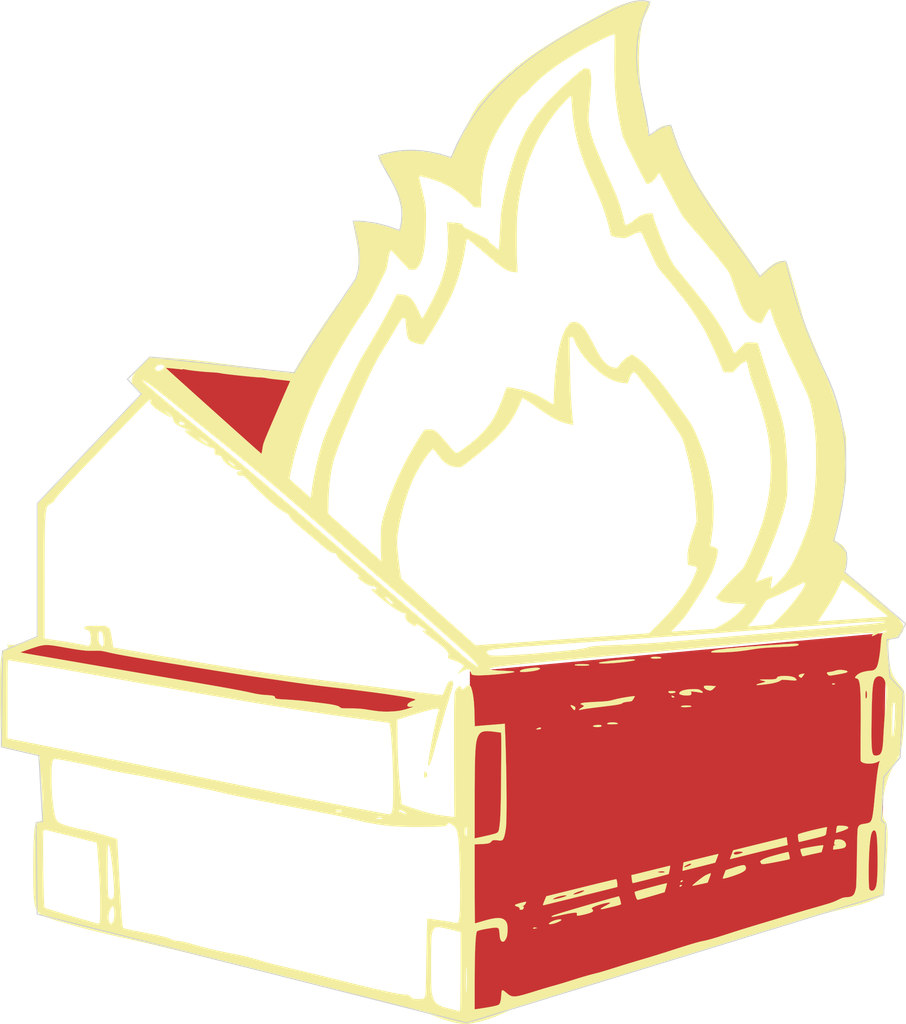
<source format=kicad_pcb>
(kicad_pcb (version 20200829) (generator pcbnew)
  (layers (0 "F.Cu" signal) (31 "B.Cu" signal) (34 "B.Paste" user) (35 "F.Paste" user) (36 "B.SilkS" user) (37 "F.SilkS" user) (38 "B.Mask" user) (39 "F.Mask" user) (44 "Edge.Cuts" user))
  (net 0 "")
  (module "LOGO" (layer "F.Cu") (at 0 0)
    (fp_text reference "G***" hide)
    (fp_text value "LOGO" hide)
    (fp_poly (pts (xy 37.796807 -17.970144) (xy 37.795498 -17.846748) (xy 37.792622 -17.646876) (xy 37.788259 -17.374613) (xy 37.782491 -17.034046) (xy 37.775398 -16.629261) (xy 37.76706 -16.164343) (xy 37.757559 -15.643379) (xy 37.746973 -15.070456) (xy 37.735386 -14.449659) (xy 37.722875 -13.785074) (xy 37.709524 -13.080788) (xy 37.695411 -12.340887) (xy 37.680618 -11.569457) (xy 37.665225 -10.770584) (xy 37.649313 -9.948354) (xy 37.632962 -9.106854) (xy 37.616254 -8.250169) (xy 37.599267 -7.382386) (xy 37.582084 -6.50759) (xy 37.564785 -5.629869) (xy 37.54745 -4.753308) (xy 37.53016 -3.881993) (xy 37.512996 -3.02001) (xy 37.496037 -2.171446) (xy 37.479366 -1.340387) (xy 37.463061 -0.530919) (xy 37.447205 0.252872) (xy 37.431877 1.0069) (xy 37.417158 1.727078) (xy 37.403129 2.409321) (xy 37.38987 3.049543) (xy 37.377462 3.643656) (xy 37.365985 4.187576) (xy 37.355521 4.677215) (xy 37.346149 5.108488) (xy 37.33795 5.477309) (xy 37.331005 5.779591) (xy 37.325395 6.011248) (xy 37.3212 6.168195) (xy 37.3185 6.246344) (xy 37.317823 6.2547) (xy 37.277266 6.267505) (xy 37.158702 6.303877) (xy 36.965173 6.362897) (xy 36.699719 6.443643) (xy 36.365384 6.545197) (xy 35.965207 6.666639) (xy 35.502231 6.80705) (xy 34.979498 6.965509) (xy 34.400048 7.141096) (xy 33.766923 7.332894) (xy 33.083166 7.53998) (xy 32.351816 7.761437) (xy 31.575917 7.996343) (xy 30.758509 8.24378) (xy 29.902634 8.502828) (xy 29.011334 8.772567) (xy 28.087649 9.052077) (xy 27.134623 9.340439) (xy 26.155295 9.636733) (xy 25.152708 9.94004) (xy 24.129903 10.249439) (xy 23.089922 10.564011) (xy 22.035806 10.882836) (xy 20.970597 11.204995) (xy 19.897337 11.529568) (xy 18.819066 11.855635) (xy 17.738826 12.182277) (xy 16.65966 12.508573) (xy 15.584608 12.833605) (xy 14.516712 13.156452) (xy 13.459013 13.476194) (xy 12.414554 13.791913) (xy 11.386375 14.102688) (xy 10.377519 14.4076) (xy 9.391026 14.705729) (xy 8.429938 14.996156) (xy 7.497297 15.27796) (xy 6.596144 15.550222) (xy 5.729522 15.812022) (xy 4.90047 16.062441) (xy 4.112031 16.300558) (xy 3.367247 16.525455) (xy 2.669159 16.736212) (xy 2.020808 16.931908) (xy 1.425237 17.111624) (xy 0.885486 17.274441) (xy 0.404597 17.419439) (xy -0.014389 17.545698) (xy -0.368429 17.652298) (xy -0.654482 17.73832) (xy -0.869508 17.802843) (xy -1.010463 17.84495) (xy -1.074307 17.863719) (xy -1.077949 17.864667) (xy -1.087206 17.825216) (xy -1.094714 17.718388) (xy -1.099596 17.561468) (xy -1.101025 17.409583) (xy -1.101222 17.33405) (xy -1.101753 17.176913) (xy -1.102605 16.941234) (xy -1.103766 16.630075) (xy -1.105224 16.246498) (xy -1.106967 15.793566) (xy -1.108982 15.27434) (xy -1.111258 14.691882) (xy -1.113783 14.049255) (xy -1.116544 13.34952) (xy -1.119529 12.595739) (xy -1.122725 11.790976) (xy -1.126122 10.93829) (xy -1.129706 10.040746) (xy -1.133466 9.101404) (xy -1.137389 8.123327) (xy -1.141463 7.109577) (xy -1.145676 6.063215) (xy -1.150016 4.987305) (xy -1.154471 3.884907) (xy -1.159028 2.759084) (xy -1.163676 1.612899) (xy -1.164966 1.295135) (xy -1.169558 0.148555) (xy -1.17394 -0.976379) (xy -1.178104 -2.076714) (xy -1.182041 -3.149496) (xy -1.185745 -4.191774) (xy -1.189209 -5.200594) (xy -1.192423 -6.173004) (xy -1.195381 -7.106051) (xy -1.198076 -7.996783) (xy -1.2005 -8.842247) (xy -1.202644 -9.639489) (xy -1.204503 -10.385559) (xy -1.206067 -11.077502) (xy -1.20733 -11.712366) (xy -1.208284 -12.287199) (xy -1.208921 -12.799047) (xy -1.209234 -13.244959) (xy -1.209216 -13.621981) (xy -1.208858 -13.927161) (xy -1.208153 -14.157546) (xy -1.207095 -14.310183) (xy -1.205674 -14.38212) (xy -1.205101 -14.387677) (xy -1.161831 -14.393176) (xy -1.037476 -14.406156) (xy -0.83524 -14.426318) (xy -0.558325 -14.453364) (xy -0.209935 -14.486996) (xy 0.206728 -14.526918) (xy 0.688461 -14.57283) (xy 1.232061 -14.624436) (xy 1.834325 -14.681438) (xy 2.49205 -14.743538) (xy 3.202033 -14.810438) (xy 3.961072 -14.881841) (xy 4.765963 -14.957449) (xy 5.613504 -15.036963) (xy 6.500491 -15.120088) (xy 7.423722 -15.206524) (xy 8.379994 -15.295974) (xy 9.366104 -15.38814) (xy 10.378849 -15.482725) (xy 11.415026 -15.57943) (xy 12.471432 -15.677959) (xy 13.544865 -15.778013) (xy 14.632121 -15.879295) (xy 15.729998 -15.981507) (xy 16.835292 -16.084351) (xy 17.944801 -16.18753) (xy 19.055322 -16.290745) (xy 20.163652 -16.3937) (xy 21.266588 -16.496095) (xy 22.360927 -16.597635) (xy 23.443466 -16.698021) (xy 24.511003 -16.796954) (xy 25.560334 -16.894139) (xy 26.588257 -16.989276) (xy 27.591569 -17.082068) (xy 28.567066 -17.172217) (xy 29.511546 -17.259426) (xy 30.421806 -17.343398) (xy 31.294644 -17.423833) (xy 32.126855 -17.500435) (xy 32.915238 -17.572905) (xy 33.656589 -17.640947) (xy 34.347706 -17.704262) (xy 34.985385 -17.762552) (xy 35.566424 -17.815521) (xy 36.087619 -17.862869) (xy 36.545769 -17.9043) (xy 36.937669 -17.939516) (xy 37.260118 -17.968219) (xy 37.509912 -17.990111) (xy 37.683848 -18.004895) (xy 37.778724 -18.012272) (xy 37.796468 -18.012976) (xy 37.796807 -17.970144)) (layer "F.Cu") (width 0.01))
    (fp_poly (pts (xy -22.957127 -14.584478) (xy -21.710406 -14.398962) (xy -20.484446 -14.216507) (xy -19.281926 -14.037514) (xy -18.105526 -13.862383) (xy -16.957924 -13.691512) (xy -15.8418 -13.525301) (xy -14.759833 -13.36415) (xy -13.714702 -13.208458) (xy -12.709085 -13.058625) (xy -11.745663 -12.91505) (xy -10.827113 -12.778133) (xy -9.956115 -12.648274) (xy -9.135349 -12.525871) (xy -8.367492 -12.411324) (xy -7.655225 -12.305033) (xy -7.001226 -12.207397) (xy -6.408174 -12.118817) (xy -5.878749 -12.03969) (xy -5.415628 -11.970418) (xy -5.021493 -11.911398) (xy -4.699021 -11.863032) (xy -4.450891 -11.825718) (xy -4.279783 -11.799855) (xy -4.188376 -11.785844) (xy -4.173312 -11.783391) (xy -4.095873 -11.759882) (xy -4.097435 -11.73318) (xy -4.10986 -11.725202) (xy -4.174413 -11.696903) (xy -4.308148 -11.644368) (xy -4.502285 -11.570749) (xy -4.748046 -11.479199) (xy -5.036652 -11.37287) (xy -5.359324 -11.254914) (xy -5.707284 -11.128482) (xy -6.071752 -10.996727) (xy -6.44395 -10.862802) (xy -6.815099 -10.729858) (xy -7.17642 -10.601047) (xy -7.519135 -10.479522) (xy -7.834464 -10.368435) (xy -8.113629 -10.270938) (xy -8.347851 -10.190182) (xy -8.528351 -10.129321) (xy -8.646351 -10.091506) (xy -8.692379 -10.079787) (xy -8.740267 -10.086783) (xy -8.868899 -10.106829) (xy -9.075433 -10.139468) (xy -9.357031 -10.184244) (xy -9.710854 -10.240699) (xy -10.134061 -10.308377) (xy -10.623813 -10.386822) (xy -11.17727 -10.475577) (xy -11.791594 -10.574185) (xy -12.463944 -10.682189) (xy -13.19148 -10.799132) (xy -13.971364 -10.924559) (xy -14.800756 -11.058012) (xy -15.676815 -11.199035) (xy -16.596703 -11.347171) (xy -17.55758 -11.501963) (xy -18.556607 -11.662954) (xy -19.590943 -11.829689) (xy -20.65775 -12.001709) (xy -21.754187 -12.178559) (xy -22.877416 -12.359782) (xy -24.024596 -12.544922) (xy -25.192888 -12.73352) (xy -25.251833 -12.743037) (xy -26.434479 -12.933984) (xy -27.602123 -13.122512) (xy -28.751626 -13.308114) (xy -29.879849 -13.490285) (xy -30.983655 -13.668516) (xy -32.059903 -13.842301) (xy -33.105456 -14.011133) (xy -34.117175 -14.174506) (xy -35.091921 -14.331911) (xy -36.026556 -14.482843) (xy -36.91794 -14.626795) (xy -37.762935 -14.763259) (xy -38.558403 -14.891728) (xy -39.301204 -15.011697) (xy -39.9882 -15.122657) (xy -40.616253 -15.224103) (xy -41.182223 -15.315527) (xy -41.682972 -15.396422) (xy -42.115361 -15.466281) (xy -42.476251 -15.524598) (xy -42.762504 -15.570866) (xy -42.970982 -15.604577) (xy -43.08475 -15.62299) (xy -43.413073 -15.676946) (xy -43.71296 -15.727711) (xy -43.974623 -15.773513) (xy -44.188274 -15.812577) (xy -44.344127 -15.843132) (xy -44.432393 -15.863402) (xy -44.448895 -15.870157) (xy -44.412353 -15.894787) (xy -44.308729 -15.953686) (xy -44.146254 -16.042446) (xy -43.933162 -16.156658) (xy -43.677685 -16.291913) (xy -43.388057 -16.443803) (xy -43.072509 -16.607918) (xy -43.032606 -16.62858) (xy -41.617421 -17.360993) (xy -22.957127 -14.584478)) (layer "F.Cu") (width 0.01))
    (fp_poly (pts (xy -29.726963 -42.903405) (xy -29.710208 -42.90124) (xy -29.651899 -42.894423) (xy -29.514349 -42.879263) (xy -29.302518 -42.856288) (xy -29.021369 -42.826027) (xy -28.67586 -42.789007) (xy -28.270951 -42.745757) (xy -27.811604 -42.696805) (xy -27.302779 -42.642679) (xy -26.749435 -42.583909) (xy -26.156534 -42.521021) (xy -25.529035 -42.454545) (xy -24.871899 -42.385009) (xy -24.190085 -42.312941) (xy -23.774273 -42.269027) (xy -23.082732 -42.195946) (xy -22.414564 -42.125196) (xy -21.774587 -42.057293) (xy -21.167617 -41.992755) (xy -20.598471 -41.932098) (xy -20.071964 -41.875839) (xy -19.592913 -41.824495) (xy -19.166135 -41.778582) (xy -18.796445 -41.738618) (xy -18.488661 -41.705118) (xy -18.247598 -41.678601) (xy -18.078074 -41.659582) (xy -17.984904 -41.648579) (xy -17.967579 -41.645996) (xy -17.982345 -41.60641) (xy -18.028562 -41.49534) (xy -18.103619 -41.318815) (xy -18.20491 -41.082864) (xy -18.329824 -40.793518) (xy -18.475754 -40.456805) (xy -18.64009 -40.078755) (xy -18.820224 -39.665398) (xy -19.013547 -39.222763) (xy -19.217451 -38.75688) (xy -19.227037 -38.735) (xy -20.497629 -35.835167) (xy -20.590647 -35.297028) (xy -20.627309 -35.093318) (xy -20.661033 -34.921132) (xy -20.688387 -34.796987) (xy -20.705936 -34.737395) (xy -20.707509 -34.735047) (xy -20.741257 -34.759967) (xy -20.834502 -34.838283) (xy -20.983705 -34.966866) (xy -21.185328 -35.142584) (xy -21.435834 -35.362309) (xy -21.731684 -35.622911) (xy -22.069342 -35.921259) (xy -22.445268 -36.254225) (xy -22.855926 -36.618678) (xy -23.297777 -37.011489) (xy -23.767283 -37.429527) (xy -24.260907 -37.869664) (xy -24.77511 -38.328768) (xy -25.277593 -38.777981) (xy -25.808266 -39.252868) (xy -26.321549 -39.712545) (xy -26.813903 -40.153828) (xy -27.281793 -40.573532) (xy -27.721683 -40.968475) (xy -28.130036 -41.335473) (xy -28.503316 -41.67134) (xy -28.837987 -41.972895) (xy -29.130512 -42.236952) (xy -29.377355 -42.460328) (xy -29.574981 -42.639839) (xy -29.719852 -42.772301) (xy -29.808432 -42.854531) (xy -29.837208 -42.88317) (xy -29.810343 -42.903532) (xy -29.726963 -42.903405)) (layer "F.Cu") (width 0.01))
  )
  (module "LOGO" (layer "F.Cu") (at 0 0)
    (fp_text reference "G***" hide)
    (fp_text value "LOGO" hide)
  )
  (module "LOGO" (layer "F.Cu") (at 0 0)
    (fp_text reference "G***" hide)
    (fp_text value "LOGO" hide)
  )
  (module "LOGO" (layer "F.Cu") (at 0 0)
    (fp_text reference "G***" hide)
    (fp_text value "LOGO" hide)
  )
  (gr_line (start -41.2344 -0.3558) (end -41.5926 -6.5215) (layer "Edge.Cuts") (width 0.1))
  (gr_line (start 33.2446 -26.4319) (end 33.5611 -26.1662) (layer "Edge.Cuts") (width 0.1))
  (gr_line (start -7.6982 -58.3685) (end -7.8234 -58.8154) (layer "Edge.Cuts") (width 0.1))
  (gr_line (start 27.1894 -52.4365) (end 27.509 -52.6099) (layer "Edge.Cuts") (width 0.1))
  (gr_line (start 26.9205 -52.2397) (end 27.1894 -52.4365) (layer "Edge.Cuts") (width 0.1))
  (gr_line (start -7.6116 -57.8976) (end -7.6982 -58.3685) (layer "Edge.Cuts") (width 0.1))
  (gr_line (start 34.0122 -24.101) (end 33.8926 -23.7158) (layer "Edge.Cuts") (width 0.1))
  (gr_line (start -41.5926 -6.5215) (end -45.1096 -7.3464) (layer "Edge.Cuts") (width 0.1))
  (gr_line (start -9.0488 -62.9358) (end -8.309 -63.0925) (layer "Edge.Cuts") (width 0.1))
  (gr_line (start -11.8272 -55.2191) (end -12.1387 -56.5836) (layer "Edge.Cuts") (width 0.1))
  (gr_line (start 26.2242 -51.5983) (end 26.4574 -51.8116) (layer "Edge.Cuts") (width 0.1))
  (gr_line (start 33.5611 -26.1662) (end 33.8318 -25.8585) (layer "Edge.Cuts") (width 0.1))
  (gr_line (start 33.8318 -25.8585) (end 34.0664 -25.5177) (layer "Edge.Cuts") (width 0.1))
  (gr_line (start 33.9148 -35.8846) (end 33.9846 -34.8948) (layer "Edge.Cuts") (width 0.1))
  (gr_line (start -8.309 -63.0925) (end -7.535 -63.192) (layer "Edge.Cuts") (width 0.1))
  (gr_line (start 37.757 -0.1171) (end 37.555 6.52) (layer "Edge.Cuts") (width 0.1))
  (gr_line (start 29.0394 -50.2991) (end 29.4223 -49.0198) (layer "Edge.Cuts") (width 0.1))
  (gr_line (start 33.154 -39.7192) (end 33.4173 -38.7808) (layer "Edge.Cuts") (width 0.1))
  (gr_line (start 14.7535 -69.0051) (end 15.0592 -67.5467) (layer "Edge.Cuts") (width 0.1))
  (gr_line (start 14.6709 -74.4446) (end 14.5152 -73.6107) (layer "Edge.Cuts") (width 0.1))
  (gr_line (start -11.5529 -53.1867) (end -11.5973 -53.8606) (layer "Edge.Cuts") (width 0.1))
  (gr_line (start 34.007 -33.894) (end 33.9825 -32.883) (layer "Edge.Cuts") (width 0.1))
  (gr_line (start -4.9557 -63.0621) (end -3.9932 -62.8476) (layer "Edge.Cuts") (width 0.1))
  (gr_line (start 34.0664 -25.5177) (end 34.1077 -24.9946) (layer "Edge.Cuts") (width 0.1))
  (gr_line (start 37.8655 -17.3765) (end 38.1478 -13.8812) (layer "Edge.Cuts") (width 0.1))
  (gr_line (start -6.7215 -63.2258) (end -5.8634 -63.1854) (layer "Edge.Cuts") (width 0.1))
  (gr_line (start 33.9846 -34.8948) (end 34.007 -33.894) (layer "Edge.Cuts") (width 0.1))
  (gr_line (start -45.0011 -16.3126) (end -41.7462 -17.6795) (layer "Edge.Cuts") (width 0.1))
  (gr_line (start 15.4775 -65.3454) (end 15.5696 -64.5955) (layer "Edge.Cuts") (width 0.1))
  (gr_line (start 2.4244 -70.1815) (end 3.3578 -70.9905) (layer "Edge.Cuts") (width 0.1))
  (gr_line (start 25.9642 -51.3974) (end 26.2242 -51.5983) (layer "Edge.Cuts") (width 0.1))
  (gr_line (start 18.294 -63.5431) (end 18.7013 -62.5751) (layer "Edge.Cuts") (width 0.1))
  (gr_line (start -7.5805 -56.8704) (end -7.5702 -57.3994) (layer "Edge.Cuts") (width 0.1))
  (gr_line (start 15.1548 -77.2154) (end 15.6564 -77.1222) (layer "Edge.Cuts") (width 0.1))
  (gr_line (start 15.9713 -64.8564) (end 16.3395 -65.1225) (layer "Edge.Cuts") (width 0.1))
  (gr_line (start 15.2323 -76.1972) (end 14.9069 -75.3057) (layer "Edge.Cuts") (width 0.1))
  (gr_line (start -33.2994 -41.7783) (end -31.1955 -43.8571) (layer "Edge.Cuts") (width 0.1))
  (gr_line (start 39.624 -18.8744) (end 38.9293 -17.5936) (layer "Edge.Cuts") (width 0.1))
  (gr_line (start -11.5973 -53.8606) (end -11.694 -54.5385) (layer "Edge.Cuts") (width 0.1))
  (gr_line (start 16.3395 -65.1225) (end 16.5607 -65.2499) (layer "Edge.Cuts") (width 0.1))
  (gr_line (start 29.8469 -47.7331) (end 30.3185 -46.4357) (layer "Edge.Cuts") (width 0.1))
  (gr_line (start -7.5702 -57.3994) (end -7.6116 -57.8976) (layer "Edge.Cuts") (width 0.1))
  (gr_line (start -31.1955 -43.8571) (end -17.6791 -42.3754) (layer "Edge.Cuts") (width 0.1))
  (gr_line (start 32.8723 -26.6466) (end 33.2446 -26.4319) (layer "Edge.Cuts") (width 0.1))
  (gr_line (start -0.1961 -67.3602) (end 0.6394 -68.3703) (layer "Edge.Cuts") (width 0.1))
  (gr_line (start 30.8421 -45.1238) (end 31.4229 -43.794) (layer "Edge.Cuts") (width 0.1))
  (gr_line (start 1.5156 -69.3094) (end 2.4244 -70.1815) (layer "Edge.Cuts") (width 0.1))
  (gr_line (start 4.3078 -71.7401) (end 5.2664 -72.4344) (layer "Edge.Cuts") (width 0.1))
  (gr_line (start -3.9932 -62.8476) (end -2.9707 -62.5331) (layer "Edge.Cuts") (width 0.1))
  (gr_line (start -1.5 18.507) (end -41.7522 8.33) (layer "Edge.Cuts") (width 0.1))
  (gr_line (start 34.0867 -24.5248) (end 34.0122 -24.101) (layer "Edge.Cuts") (width 0.1))
  (gr_line (start -8.1637 -59.6514) (end -8.58 -60.4333) (layer "Edge.Cuts") (width 0.1))
  (gr_line (start 15.3557 -66.0851) (end 15.4775 -65.3454) (layer "Edge.Cuts") (width 0.1))
  (gr_line (start -2.3782 -63.8656) (end -1.7129 -65.1118) (layer "Edge.Cuts") (width 0.1))
  (gr_line (start 20.1351 -59.8226) (end 21.2266 -58.0845) (layer "Edge.Cuts") (width 0.1))
  (gr_line (start -11.0413 -56.5418) (end -9.95 -56.3726) (layer "Edge.Cuts") (width 0.1))
  (gr_line (start 33.7973 -36.8627) (end 33.9148 -35.8846) (layer "Edge.Cuts") (width 0.1))
  (gr_line (start 33.4173 -38.7808) (end 33.6316 -37.8284) (layer "Edge.Cuts") (width 0.1))
  (gr_line (start 15.6564 -77.1222) (end 15.2323 -76.1972) (layer "Edge.Cuts") (width 0.1))
  (gr_line (start 14.5152 -73.6107) (end 14.4307 -72.8009) (layer "Edge.Cuts") (width 0.1))
  (gr_line (start 27.509 -52.6099) (end 27.8989 -52.7509) (layer "Edge.Cuts") (width 0.1))
  (gr_line (start -41.8531 -0.2364) (end -41.2344 -0.3558) (layer "Edge.Cuts") (width 0.1))
  (gr_line (start 33.7942 -30.8337) (end 33.6313 -29.7968) (layer "Edge.Cuts") (width 0.1))
  (gr_line (start 10.7487 -75.654) (end 12.2571 -76.4225) (layer "Edge.Cuts") (width 0.1))
  (gr_line (start 31.4229 -43.794) (end 32.066 -42.4426) (layer "Edge.Cuts") (width 0.1))
  (gr_line (start 17.929 -64.5413) (end 18.294 -63.5431) (layer "Edge.Cuts") (width 0.1))
  (gr_line (start -9.7594 -62.7305) (end -9.0488 -62.9358) (layer "Edge.Cuts") (width 0.1))
  (gr_line (start 9.0261 -74.7351) (end 10.7487 -75.654) (layer "Edge.Cuts") (width 0.1))
  (gr_line (start 14.4081 -72.0122) (end 14.4382 -71.2413) (layer "Edge.Cuts") (width 0.1))
  (gr_line (start 33.9825 -32.883) (end 33.9114 -31.8627) (layer "Edge.Cuts") (width 0.1))
  (gr_line (start -11.5768 -52.5179) (end -11.5529 -53.1867) (layer "Edge.Cuts") (width 0.1))
  (gr_line (start -41.7462 -17.6795) (end -41.7462 -30.1361) (layer "Edge.Cuts") (width 0.1))
  (gr_line (start -41.7522 8.33) (end -41.8531 -0.2364) (layer "Edge.Cuts") (width 0.1))
  (gr_line (start 33.1699 -27.7025) (end 32.8723 -26.6466) (layer "Edge.Cuts") (width 0.1))
  (gr_line (start 32.4788 -41.5508) (end 32.8413 -40.6428) (layer "Edge.Cuts") (width 0.1))
  (gr_line (start -12.1387 -56.5836) (end -11.5892 -56.5795) (layer "Edge.Cuts") (width 0.1))
  (gr_line (start -2.9707 -62.5331) (end -2.3782 -63.8656) (layer "Edge.Cuts") (width 0.1))
  (gr_line (start -11.685 -51.8554) (end -11.5768 -52.5179) (layer "Edge.Cuts") (width 0.1))
  (gr_line (start -7.9808 -59.2419) (end -8.1637 -59.6514) (layer "Edge.Cuts") (width 0.1))
  (gr_line (start -5.8634 -63.1854) (end -4.9557 -63.0621) (layer "Edge.Cuts") (width 0.1))
  (gr_line (start 14.4307 -72.8009) (end 14.4081 -72.0122) (layer "Edge.Cuts") (width 0.1))
  (gr_line (start 39.407 -12.5352) (end 39.103 -6.3478) (layer "Edge.Cuts") (width 0.1))
  (gr_line (start 17.1762 -65.4779) (end 17.6103 -65.5725) (layer "Edge.Cuts") (width 0.1))
  (gr_line (start -7.535 -63.192) (end -6.7215 -63.2258) (layer "Edge.Cuts") (width 0.1))
  (gr_line (start 37.555 6.52) (end -1.5 18.507) (layer "Edge.Cuts") (width 0.1))
  (gr_line (start 23.5869 -54.7349) (end 24.7899 -53.0764) (layer "Edge.Cuts") (width 0.1))
  (gr_line (start 19.1466 -61.6343) (end 19.6259 -60.7178) (layer "Edge.Cuts") (width 0.1))
  (gr_line (start 38.9293 -17.5936) (end 37.8655 -17.3765) (layer "Edge.Cuts") (width 0.1))
  (gr_line (start -7.6493 -56.3072) (end -7.5805 -56.8704) (layer "Edge.Cuts") (width 0.1))
  (gr_line (start -7.7829 -55.7062) (end -7.6493 -56.3072) (layer "Edge.Cuts") (width 0.1))
  (gr_line (start 14.9069 -75.3057) (end 14.6709 -74.4446) (layer "Edge.Cuts") (width 0.1))
  (gr_line (start 30.3185 -46.4357) (end 30.8421 -45.1238) (layer "Edge.Cuts") (width 0.1))
  (gr_line (start 16.5607 -65.2499) (end 16.8329 -65.3693) (layer "Edge.Cuts") (width 0.1))
  (gr_line (start 33.9114 -31.8627) (end 33.7942 -30.8337) (layer "Edge.Cuts") (width 0.1))
  (gr_line (start -41.7462 -30.1361) (end -31.9968 -40.3889) (layer "Edge.Cuts") (width 0.1))
  (gr_line (start 24.7899 -53.0764) (end 25.9642 -51.3974) (layer "Edge.Cuts") (width 0.1))
  (gr_line (start 3.3578 -70.9905) (end 4.3078 -71.7401) (layer "Edge.Cuts") (width 0.1))
  (gr_line (start -0.9828 -66.2753) (end -0.1961 -67.3602) (layer "Edge.Cuts") (width 0.1))
  (gr_line (start -45.1096 -7.3464) (end -45.0011 -16.3126) (layer "Edge.Cuts") (width 0.1))
  (gr_line (start 14.4382 -71.2413) (end 14.5119 -70.4853) (layer "Edge.Cuts") (width 0.1))
  (gr_line (start 14.6391 -77.215) (end 15.1548 -77.2154) (layer "Edge.Cuts") (width 0.1))
  (gr_line (start 12.2571 -76.4225) (end 12.9184 -76.7247) (layer "Edge.Cuts") (width 0.1))
  (gr_line (start 0.6394 -68.3703) (end 1.5156 -69.3094) (layer "Edge.Cuts") (width 0.1))
  (gr_line (start 14.1005 -77.1282) (end 14.6391 -77.215) (layer "Edge.Cuts") (width 0.1))
  (gr_line (start 26.4574 -51.8116) (end 26.9205 -52.2397) (layer "Edge.Cuts") (width 0.1))
  (gr_line (start 28.3784 -52.8505) (end 29.0394 -50.2991) (layer "Edge.Cuts") (width 0.1))
  (gr_line (start 16.8329 -65.3693) (end 17.1762 -65.4779) (layer "Edge.Cuts") (width 0.1))
  (gr_line (start -11.694 -54.5385) (end -11.8272 -55.2191) (layer "Edge.Cuts") (width 0.1))
  (gr_line (start -11.5892 -56.5795) (end -11.0413 -56.5418) (layer "Edge.Cuts") (width 0.1))
  (gr_line (start 38.1478 -13.8812) (end 39.407 -12.5352) (layer "Edge.Cuts") (width 0.1))
  (gr_line (start -8.8641 -56.0896) (end -7.7829 -55.7062) (layer "Edge.Cuts") (width 0.1))
  (gr_line (start 33.4231 -28.7528) (end 33.1699 -27.7025) (layer "Edge.Cuts") (width 0.1))
  (gr_line (start -14.8248 -46.8649) (end -11.8935 -51.2004) (layer "Edge.Cuts") (width 0.1))
  (gr_line (start 15.5696 -64.5955) (end 15.9713 -64.8564) (layer "Edge.Cuts") (width 0.1))
  (gr_line (start 17.6103 -65.5725) (end 17.929 -64.5413) (layer "Edge.Cuts") (width 0.1))
  (gr_line (start 13.5299 -76.9623) (end 14.1005 -77.1282) (layer "Edge.Cuts") (width 0.1))
  (gr_line (start 22.3882 -56.3964) (end 23.5869 -54.7349) (layer "Edge.Cuts") (width 0.1))
  (gr_line (start -1.7129 -65.1118) (end -0.9828 -66.2753) (layer "Edge.Cuts") (width 0.1))
  (gr_line (start 32.8413 -40.6428) (end 33.154 -39.7192) (layer "Edge.Cuts") (width 0.1))
  (gr_line (start 39.103 -6.3478) (end 37.5616 -4.5242) (layer "Edge.Cuts") (width 0.1))
  (gr_line (start -9.0197 -61.1887) (end -9.4303 -61.9452) (layer "Edge.Cuts") (width 0.1))
  (gr_line (start -8.58 -60.4333) (end -9.0197 -61.1887) (layer "Edge.Cuts") (width 0.1))
  (gr_line (start 27.8989 -52.7509) (end 28.3784 -52.8505) (layer "Edge.Cuts") (width 0.1))
  (gr_line (start 33.8926 -23.7158) (end 39.624 -18.8744) (layer "Edge.Cuts") (width 0.1))
  (gr_line (start -17.6791 -42.3754) (end -16.2742 -44.6646) (layer "Edge.Cuts") (width 0.1))
  (gr_line (start 33.6316 -37.8284) (end 33.7973 -36.8627) (layer "Edge.Cuts") (width 0.1))
  (gr_line (start 37.5616 -4.5242) (end 37.3445 -0.4427) (layer "Edge.Cuts") (width 0.1))
  (gr_line (start 15.0592 -67.5467) (end 15.3557 -66.0851) (layer "Edge.Cuts") (width 0.1))
  (gr_line (start 14.5119 -70.4853) (end 14.7535 -69.0051) (layer "Edge.Cuts") (width 0.1))
  (gr_line (start -9.4303 -61.9452) (end -9.7594 -62.7305) (layer "Edge.Cuts") (width 0.1))
  (gr_line (start 37.3445 -0.4427) (end 37.757 -0.1171) (layer "Edge.Cuts") (width 0.1))
  (gr_line (start -7.8234 -58.8154) (end -7.9808 -59.2419) (layer "Edge.Cuts") (width 0.1))
  (gr_line (start 5.2664 -72.4344) (end 6.2256 -73.0771) (layer "Edge.Cuts") (width 0.1))
  (gr_line (start 34.1077 -24.9946) (end 34.0867 -24.5248) (layer "Edge.Cuts") (width 0.1))
  (gr_line (start 12.9184 -76.7247) (end 13.5299 -76.9623) (layer "Edge.Cuts") (width 0.1))
  (gr_line (start 33.6313 -29.7968) (end 33.4231 -28.7528) (layer "Edge.Cuts") (width 0.1))
  (gr_line (start 7.1772 -73.6723) (end 9.0261 -74.7351) (layer "Edge.Cuts") (width 0.1))
  (gr_line (start -11.8935 -51.2004) (end -11.685 -51.8554) (layer "Edge.Cuts") (width 0.1))
  (gr_line (start -9.95 -56.3726) (end -8.8641 -56.0896) (layer "Edge.Cuts") (width 0.1))
  (gr_line (start 19.6259 -60.7178) (end 20.1351 -59.8226) (layer "Edge.Cuts") (width 0.1))
  (gr_line (start 21.2266 -58.0845) (end 22.3882 -56.3964) (layer "Edge.Cuts") (width 0.1))
  (gr_line (start 32.066 -42.4426) (end 32.4788 -41.5508) (layer "Edge.Cuts") (width 0.1))
  (gr_line (start -31.9968 -40.3889) (end -33.2994 -41.7783) (layer "Edge.Cuts") (width 0.1))
  (gr_line (start -16.2742 -44.6646) (end -14.8248 -46.8649) (layer "Edge.Cuts") (width 0.1))
  (gr_line (start 18.7013 -62.5751) (end 19.1466 -61.6343) (layer "Edge.Cuts") (width 0.1))
  (gr_line (start 6.2256 -73.0771) (end 7.1772 -73.6723) (layer "Edge.Cuts") (width 0.1))
  (gr_line (start 29.4223 -49.0198) (end 29.8469 -47.7331) (layer "Edge.Cuts") (width 0.1))
)
</source>
